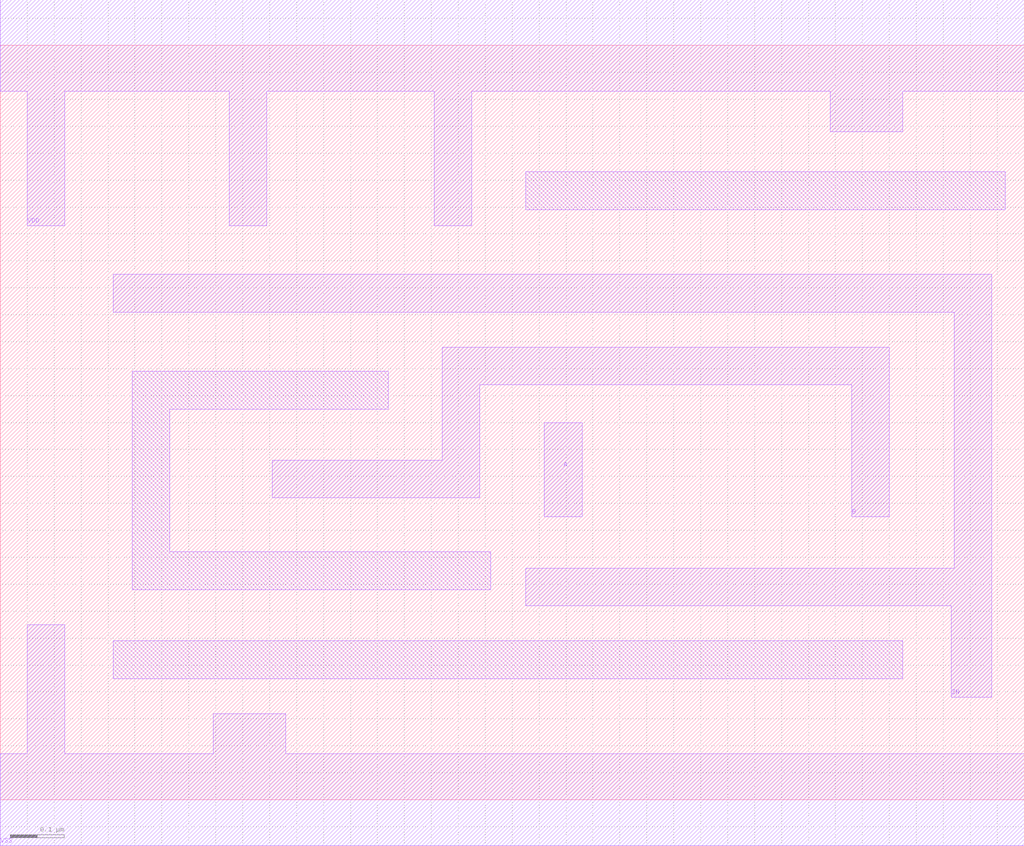
<source format=lef>
# 
# ******************************************************************************
# *                                                                            *
# *                   Copyright (C) 2004-2010, Nangate Inc.                    *
# *                           All rights reserved.                             *
# *                                                                            *
# * Nangate and the Nangate logo are trademarks of Nangate Inc.                *
# *                                                                            *
# * All trademarks, logos, software marks, and trade names (collectively the   *
# * "Marks") in this program are proprietary to Nangate or other respective    *
# * owners that have granted Nangate the right and license to use such Marks.  *
# * You are not permitted to use the Marks without the prior written consent   *
# * of Nangate or such third party that may own the Marks.                     *
# *                                                                            *
# * This file has been provided pursuant to a License Agreement containing     *
# * restrictions on its use. This file contains valuable trade secrets and     *
# * proprietary information of Nangate Inc., and is protected by U.S. and      *
# * international laws and/or treaties.                                        *
# *                                                                            *
# * The copyright notice(s) in this file does not indicate actual or intended  *
# * publication of this file.                                                  *
# *                                                                            *
# *     NGLibraryCreator, v2010.08-HR32-SP3-2010-08-05 - build 1009061800      *
# *                                                                            *
# ******************************************************************************
# 
# 
# Running on brazil06.nangate.com.br for user Giancarlo Franciscatto (gfr).
# Local time is now Fri, 3 Dec 2010, 19:32:18.
# Main process id is 27821.

VERSION 5.6 ;
BUSBITCHARS "[]" ;
DIVIDERCHAR "/" ;

MACRO XNOR2_X2
  CLASS core ;
  FOREIGN XNOR2_X2 0.0 0.0 ;
  ORIGIN 0 0 ;
  SYMMETRY X Y ;
  SITE FreePDK45_38x28_10R_NP_162NW_34O ;
  SIZE 1.9 BY 1.4 ;
  PIN A
    DIRECTION INPUT ;
    ANTENNAPARTIALMETALAREA 0.01225 LAYER metal1 ;
    ANTENNAPARTIALMETALSIDEAREA 0.0637 LAYER metal1 ;
    ANTENNAGATEAREA 0.15675 ;
    PORT
      LAYER metal1 ;
        POLYGON 1.01 0.525 1.08 0.525 1.08 0.7 1.01 0.7  ;
    END
  END A
  PIN B
    DIRECTION INPUT ;
    ANTENNAPARTIALMETALAREA 0.112 LAYER metal1 ;
    ANTENNAPARTIALMETALSIDEAREA 0.4342 LAYER metal1 ;
    ANTENNAGATEAREA 0.15675 ;
    PORT
      LAYER metal1 ;
        POLYGON 0.505 0.56 0.89 0.56 0.89 0.77 0.91 0.77 1.58 0.77 1.58 0.525 1.65 0.525 1.65 0.84 0.91 0.84 0.82 0.84 0.82 0.63 0.505 0.63  ;
    END
  END B
  PIN ZN
    DIRECTION OUTPUT ;
    ANTENNAPARTIALMETALAREA 0.22065 LAYER metal1 ;
    ANTENNAPARTIALMETALSIDEAREA 0.8346 LAYER metal1 ;
    ANTENNADIFFAREA 0.32165 ;
    PORT
      LAYER metal1 ;
        POLYGON 0.21 0.905 0.91 0.905 1.675 0.905 1.77 0.905 1.77 0.43 1.675 0.43 0.975 0.43 0.975 0.36 1.675 0.36 1.765 0.36 1.765 0.19 1.84 0.19 1.84 0.975 1.675 0.975 0.91 0.975 0.21 0.975  ;
    END
  END ZN
  PIN VDD
    DIRECTION INOUT ;
    USE power ;
    SHAPE ABUTMENT ;
    PORT
      LAYER metal1 ;
        POLYGON 0 1.315 0.05 1.315 0.05 1.065 0.12 1.065 0.12 1.315 0.425 1.315 0.425 1.065 0.495 1.065 0.495 1.315 0.805 1.315 0.805 1.065 0.875 1.065 0.875 1.315 0.91 1.315 1.54 1.315 1.54 1.24 1.675 1.24 1.675 1.315 1.865 1.315 1.9 1.315 1.9 1.485 1.865 1.485 0.91 1.485 0 1.485  ;
    END
  END VDD
  PIN VSS
    DIRECTION INOUT ;
    USE ground ;
    SHAPE ABUTMENT ;
    PORT
      LAYER metal1 ;
        POLYGON 0 -0.085 1.9 -0.085 1.9 0.085 0.53 0.085 0.53 0.16 0.395 0.16 0.395 0.085 0.12 0.085 0.12 0.325 0.05 0.325 0.05 0.085 0 0.085  ;
    END
  END VSS
  OBS
      LAYER metal1 ;
        POLYGON 0.245 0.39 0.91 0.39 0.91 0.46 0.315 0.46 0.315 0.725 0.72 0.725 0.72 0.795 0.245 0.795  ;
        POLYGON 0.21 0.225 1.675 0.225 1.675 0.295 0.21 0.295  ;
        POLYGON 0.975 1.095 1.865 1.095 1.865 1.165 0.975 1.165  ;
  END
END XNOR2_X2

END LIBRARY
#
# End of file
#

</source>
